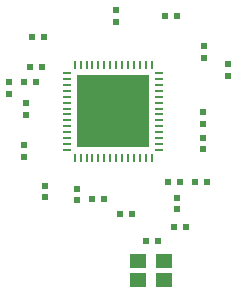
<source format=gtp>
G04*
G04 #@! TF.GenerationSoftware,Altium Limited,Altium Designer,22.9.1 (49)*
G04*
G04 Layer_Color=8421504*
%FSLAX44Y44*%
%MOMM*%
G71*
G04*
G04 #@! TF.SameCoordinates,6EE49CCF-FBA3-4292-BD39-6277A7AF1302*
G04*
G04*
G04 #@! TF.FilePolarity,Positive*
G04*
G01*
G75*
%ADD14R,1.4000X1.2000*%
%ADD15R,0.5000X0.6000*%
%ADD16O,0.8000X0.2500*%
%ADD17O,0.2500X0.8000*%
%ADD18R,6.1000X6.1000*%
%ADD19R,0.6000X0.5000*%
D14*
X283210Y80770D02*
D03*
Y64770D02*
D03*
X305210D02*
D03*
Y80770D02*
D03*
D15*
X299640Y97790D02*
D03*
X289640D02*
D03*
X196770Y232410D02*
D03*
X186770D02*
D03*
X323770Y109220D02*
D03*
X313770D02*
D03*
X331550Y147320D02*
D03*
X341550D02*
D03*
X308690D02*
D03*
X318690D02*
D03*
X191850Y245110D02*
D03*
X201850D02*
D03*
X193120Y270510D02*
D03*
X203120D02*
D03*
X316150Y288290D02*
D03*
X306150D02*
D03*
X278050Y120650D02*
D03*
X268050D02*
D03*
X243920Y133350D02*
D03*
X253920D02*
D03*
D16*
X222990Y239870D02*
D03*
Y234870D02*
D03*
Y229870D02*
D03*
Y224870D02*
D03*
Y219870D02*
D03*
Y214870D02*
D03*
Y209870D02*
D03*
Y204870D02*
D03*
Y199870D02*
D03*
Y194870D02*
D03*
Y189870D02*
D03*
Y184870D02*
D03*
Y179870D02*
D03*
Y174870D02*
D03*
X300990D02*
D03*
Y179870D02*
D03*
Y184870D02*
D03*
Y189870D02*
D03*
Y194870D02*
D03*
Y199870D02*
D03*
Y204870D02*
D03*
Y209870D02*
D03*
Y214870D02*
D03*
Y219870D02*
D03*
Y224870D02*
D03*
Y229870D02*
D03*
Y234870D02*
D03*
Y239870D02*
D03*
D17*
X229490Y168370D02*
D03*
X234490D02*
D03*
X239490D02*
D03*
X244490D02*
D03*
X249490D02*
D03*
X254490D02*
D03*
X259490D02*
D03*
X264490D02*
D03*
X269490D02*
D03*
X274490D02*
D03*
X279490D02*
D03*
X284490D02*
D03*
X289490D02*
D03*
X294490D02*
D03*
Y246370D02*
D03*
X289490D02*
D03*
X284490D02*
D03*
X279490D02*
D03*
X274490D02*
D03*
X269490D02*
D03*
X264490D02*
D03*
X259490D02*
D03*
X254490D02*
D03*
X249490D02*
D03*
X244490D02*
D03*
X239490D02*
D03*
X234490D02*
D03*
X229490D02*
D03*
D18*
X261990Y207370D02*
D03*
D19*
X231140Y142160D02*
D03*
Y132160D02*
D03*
X204470Y134700D02*
D03*
Y144700D02*
D03*
X359410Y247570D02*
D03*
Y237570D02*
D03*
X339090Y262810D02*
D03*
Y252810D02*
D03*
X337820Y206930D02*
D03*
Y196930D02*
D03*
Y185340D02*
D03*
Y175340D02*
D03*
X316230Y124540D02*
D03*
Y134540D02*
D03*
X186690Y168990D02*
D03*
Y178990D02*
D03*
X187960Y204630D02*
D03*
Y214630D02*
D03*
X173990Y232330D02*
D03*
Y222330D02*
D03*
X264160Y293290D02*
D03*
Y283290D02*
D03*
M02*

</source>
